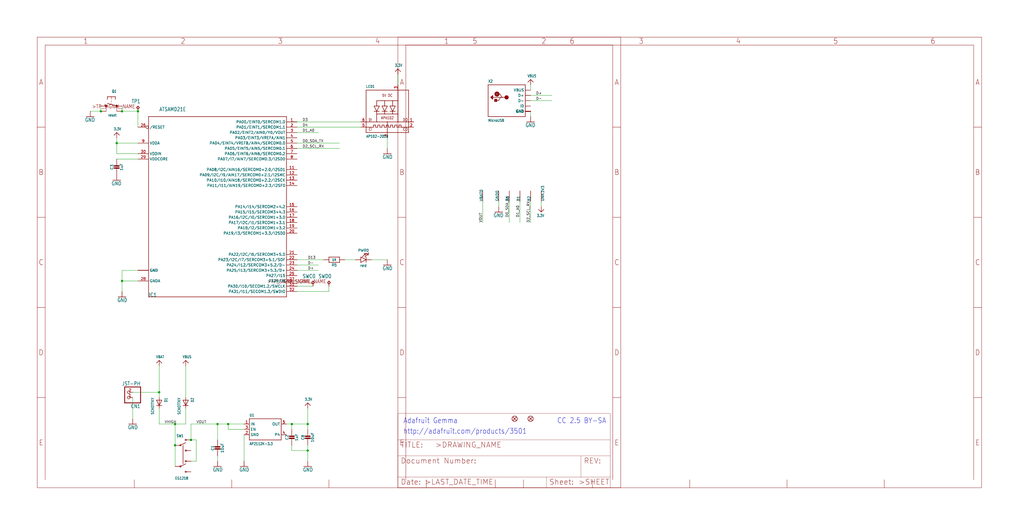
<source format=kicad_sch>
(kicad_sch (version 20211123) (generator eeschema)
  (paper "User" 490.22 254.406)
  (lib_symbols
    (symbol "schematicEagle-eagle-import:3.3V" (power)
      (property "Value" "3.3V" (at -1.524 1.016 0))
      (symbol "3.3V_1_0"
        (polyline (pts (xy -1.27 -1.27) (xy 0 0)) (stroke (width 0.254)))
        (polyline (pts (xy 0 0) (xy 1.27 -1.27)) (stroke (width 0.254)))
        (pin power_in line (at 0 -2.54 90) (length 2.54) (name "3.3V") (number "1"))
      )
    )
    (symbol "schematicEagle-eagle-import:APA1022020"
      (property "Value" "APA1022020" (at -10.16 -12.7 0))
      (symbol "APA1022020_1_0"
        (polyline (pts (xy -10.16 -10.16) (xy 0 -10.16)) (stroke (width 0.254)))
        (polyline (pts (xy -10.16 -7.62) (xy -10.16 -10.16)) (stroke (width 0.254)))
        (polyline (pts (xy -10.16 -7.62) (xy -6.604 -7.62)) (stroke (width 0.254)))
        (polyline (pts (xy -10.16 -5.08) (xy -10.16 -7.62)) (stroke (width 0.254)))
        (polyline (pts (xy -10.16 10.16) (xy -10.16 -5.08)) (stroke (width 0.254)))
        (polyline (pts (xy -6.604 -7.62) (xy -6.604 -6.604)) (stroke (width 0.254)))
        (polyline (pts (xy -6.604 -6.604) (xy -5.588 -6.604)) (stroke (width 0.254)))
        (polyline (pts (xy -6.35 0) (xy -5.08 0)) (stroke (width 0.254)))
        (polyline (pts (xy -6.35 2.54) (xy -5.08 2.54)) (stroke (width 0.254)))
        (polyline (pts (xy -5.588 -7.62) (xy -4.572 -7.62)) (stroke (width 0.254)))
        (polyline (pts (xy -5.588 -6.604) (xy -5.588 -7.62)) (stroke (width 0.254)))
        (polyline (pts (xy -5.08 -5.08) (xy -10.16 -5.08)) (stroke (width 0.254)))
        (polyline (pts (xy -5.08 -5.08) (xy 0 -5.08)) (stroke (width 0.254)))
        (polyline (pts (xy -5.08 -1.27) (xy -5.08 -5.08)) (stroke (width 0.254)))
        (polyline (pts (xy -5.08 0) (xy -6.35 2.54)) (stroke (width 0.254)))
        (polyline (pts (xy -5.08 0) (xy -5.08 -1.27)) (stroke (width 0.254)))
        (polyline (pts (xy -5.08 0) (xy -3.81 2.54)) (stroke (width 0.254)))
        (polyline (pts (xy -5.08 2.54) (xy -3.81 2.54)) (stroke (width 0.254)))
        (polyline (pts (xy -5.08 5.08) (xy -5.08 2.54)) (stroke (width 0.254)))
        (polyline (pts (xy -4.572 -7.62) (xy -4.572 -6.604)) (stroke (width 0.254)))
        (polyline (pts (xy -4.572 -6.604) (xy -3.556 -6.604)) (stroke (width 0.254)))
        (polyline (pts (xy -3.81 0) (xy -5.08 0)) (stroke (width 0.254)))
        (polyline (pts (xy -3.556 -7.62) (xy -2.54 -7.62)) (stroke (width 0.254)))
        (polyline (pts (xy -3.556 -6.604) (xy -3.556 -7.62)) (stroke (width 0.254)))
        (polyline (pts (xy -2.54 -7.62) (xy -2.54 -6.604)) (stroke (width 0.254)))
        (polyline (pts (xy -2.54 -6.604) (xy -1.524 -6.604)) (stroke (width 0.254)))
        (polyline (pts (xy -2.54 0) (xy -1.27 0)) (stroke (width 0.254)))
        (polyline (pts (xy -2.54 2.54) (xy 0 2.54)) (stroke (width 0.254)))
        (polyline (pts (xy -1.524 -7.62) (xy -0.508 -7.62)) (stroke (width 0.254)))
        (polyline (pts (xy -1.524 -6.604) (xy -1.524 -7.62)) (stroke (width 0.254)))
        (polyline (pts (xy -1.27 -1.27) (xy -5.08 -1.27)) (stroke (width 0.254)))
        (polyline (pts (xy -1.27 0) (xy -2.54 2.54)) (stroke (width 0.254)))
        (polyline (pts (xy -1.27 0) (xy -1.27 -1.27)) (stroke (width 0.254)))
        (polyline (pts (xy -1.27 0) (xy 0 0)) (stroke (width 0.254)))
        (polyline (pts (xy -1.27 2.54) (xy -1.27 5.08)) (stroke (width 0.254)))
        (polyline (pts (xy -1.27 5.08) (xy -5.08 5.08)) (stroke (width 0.254)))
        (polyline (pts (xy -0.508 -7.62) (xy -0.508 -6.604)) (stroke (width 0.254)))
        (polyline (pts (xy -0.508 -6.604) (xy 0.508 -6.604)) (stroke (width 0.254)))
        (polyline (pts (xy 0 -10.16) (xy 10.16 -10.16)) (stroke (width 0.254)))
        (polyline (pts (xy 0 -5.08) (xy 0 -10.16)) (stroke (width 0.254)))
        (polyline (pts (xy 0 -5.08) (xy 5.08 -5.08)) (stroke (width 0.254)))
        (polyline (pts (xy 0 2.54) (xy -1.27 0)) (stroke (width 0.254)))
        (polyline (pts (xy 0.508 -7.62) (xy 1.524 -7.62)) (stroke (width 0.254)))
        (polyline (pts (xy 0.508 -6.604) (xy 0.508 -7.62)) (stroke (width 0.254)))
        (polyline (pts (xy 1.27 2.54) (xy 2.54 0)) (stroke (width 0.254)))
        (polyline (pts (xy 1.27 2.54) (xy 2.54 2.54)) (stroke (width 0.254)))
        (polyline (pts (xy 1.524 -7.62) (xy 1.524 -6.604)) (stroke (width 0.254)))
        (polyline (pts (xy 1.524 -6.604) (xy 2.54 -6.604)) (stroke (width 0.254)))
        (polyline (pts (xy 2.54 -7.62) (xy 3.556 -7.62)) (stroke (width 0.254)))
        (polyline (pts (xy 2.54 -6.604) (xy 2.54 -7.62)) (stroke (width 0.254)))
        (polyline (pts (xy 2.54 -1.27) (xy -1.27 -1.27)) (stroke (width 0.254)))
        (polyline (pts (xy 2.54 0) (xy 1.27 0)) (stroke (width 0.254)))
        (polyline (pts (xy 2.54 0) (xy 2.54 -1.27)) (stroke (width 0.254)))
        (polyline (pts (xy 2.54 0) (xy 3.81 0)) (stroke (width 0.254)))
        (polyline (pts (xy 2.54 0) (xy 3.81 2.54)) (stroke (width 0.254)))
        (polyline (pts (xy 2.54 2.54) (xy 2.54 5.08)) (stroke (width 0.254)))
        (polyline (pts (xy 2.54 5.08) (xy -1.27 5.08)) (stroke (width 0.254)))
        (polyline (pts (xy 2.54 5.08) (xy 5.08 5.08)) (stroke (width 0.254)))
        (polyline (pts (xy 3.556 -7.62) (xy 3.556 -6.604)) (stroke (width 0.254)))
        (polyline (pts (xy 3.556 -6.604) (xy 4.572 -6.604)) (stroke (width 0.254)))
        (polyline (pts (xy 3.81 2.54) (xy 2.54 2.54)) (stroke (width 0.254)))
        (polyline (pts (xy 4.572 -7.62) (xy 5.588 -7.62)) (stroke (width 0.254)))
        (polyline (pts (xy 4.572 -6.604) (xy 4.572 -7.62)) (stroke (width 0.254)))
        (polyline (pts (xy 5.08 -5.08) (xy 5.08 -1.27)) (stroke (width 0.254)))
        (polyline (pts (xy 5.08 -5.08) (xy 10.16 -5.08)) (stroke (width 0.254)))
        (polyline (pts (xy 5.08 -1.27) (xy 2.54 -1.27)) (stroke (width 0.254)))
        (polyline (pts (xy 5.08 5.08) (xy 5.08 -1.27)) (stroke (width 0.254)))
        (polyline (pts (xy 5.08 10.16) (xy -10.16 10.16)) (stroke (width 0.254)))
        (polyline (pts (xy 5.08 10.16) (xy 5.08 5.08)) (stroke (width 0.254)))
        (polyline (pts (xy 5.588 -7.62) (xy 5.588 -6.604)) (stroke (width 0.254)))
        (polyline (pts (xy 5.588 -6.604) (xy 6.604 -6.604)) (stroke (width 0.254)))
        (polyline (pts (xy 6.604 -7.62) (xy 10.16 -7.62)) (stroke (width 0.254)))
        (polyline (pts (xy 6.604 -6.604) (xy 6.604 -7.62)) (stroke (width 0.254)))
        (polyline (pts (xy 10.16 -10.16) (xy 10.16 -7.62)) (stroke (width 0.254)))
        (polyline (pts (xy 10.16 -7.62) (xy 10.16 -5.08)) (stroke (width 0.254)))
        (polyline (pts (xy 10.16 -5.08) (xy 10.16 10.16)) (stroke (width 0.254)))
        (polyline (pts (xy 10.16 10.16) (xy 5.08 10.16)) (stroke (width 0.254)))
        (text "5V DC" (at 0 7.62 0) (effects (font (size 1.27 1.0795))))
        (text "APA102" (at 0 -3.175 0) (effects (font (size 1.27 1.0795))))
        (text "CI" (at -8.128 -8.636 0) (effects (font (size 1.27 1.0795))))
        (text "CO" (at 8.636 -8.636 0) (effects (font (size 1.27 1.0795))))
        (text "DI" (at -8.128 -4.064 0) (effects (font (size 1.27 1.0795))))
        (text "DO" (at 8.636 -4.064 0) (effects (font (size 1.27 1.0795))))
        (pin output line (at 12.7 -5.08 180) (length 2.54) (name "DO") (number "1"))
        (pin output line (at 12.7 -7.62 180) (length 2.54) (name "CKO") (number "2"))
        (pin power_in line (at 5.08 12.7 270) (length 2.54) (name "VDD") (number "3"))
        (pin power_in line (at 0 -12.7 90) (length 2.54) (name "GND") (number "4"))
        (pin input line (at -12.7 -7.62 0) (length 2.54) (name "CKI") (number "5"))
        (pin input line (at -12.7 -5.08 0) (length 2.54) (name "DI") (number "6"))
      )
    )
    (symbol "schematicEagle-eagle-import:ATSAMD21E"
      (property "Reference" "IC" (at -35.56 -43.18 0))
      (property "Value" "ATSAMD21E" (at -30.48 45.72 0))
      (symbol "ATSAMD21E_1_0"
        (polyline (pts (xy -35.56 -43.18) (xy -35.56 43.18)) (stroke (width 0.254)))
        (polyline (pts (xy -35.56 43.18) (xy 30.48 43.18)) (stroke (width 0.254)))
        (polyline (pts (xy 30.48 -43.18) (xy -35.56 -43.18)) (stroke (width 0.254)))
        (polyline (pts (xy 30.48 43.18) (xy 30.48 -43.18)) (stroke (width 0.254)))
        (pin bidirectional line (at 35.56 40.64 180) (length 5.08) (name "PA00/EINT0/SERCOM1.0") (number "1"))
        (pin power_in line (at -40.64 -30.48 0) (length 5.08) (name "GND") (number "10"))
        (pin bidirectional line (at 35.56 17.78 180) (length 5.08) (name "PA08/I2C/AIN16/SERCOM0+2.0/I2SD1") (number "11"))
        (pin bidirectional line (at 35.56 15.24 180) (length 5.08) (name "PA09/I2C/I9/AIN17/SERCOM0+2.1/I2SMC") (number "12"))
        (pin bidirectional line (at 35.56 12.7 180) (length 5.08) (name "PA10/I10/AIN18/SERCOM0+2.2/I2SCK") (number "13"))
        (pin bidirectional line (at 35.56 10.16 180) (length 5.08) (name "PA11/I11/AIN19/SERCOM0+2.3/I2SF0") (number "14"))
        (pin bidirectional line (at 35.56 0 180) (length 5.08) (name "PA14/I14/SERCOM2+4.2") (number "15"))
        (pin bidirectional line (at 35.56 -2.54 180) (length 5.08) (name "PA15/I15/SERCOM3+4.3") (number "16"))
        (pin bidirectional line (at 35.56 -5.08 180) (length 5.08) (name "PA16/I2C/I0/SERCOM1+3.0") (number "17"))
        (pin bidirectional line (at 35.56 -7.62 180) (length 5.08) (name "PA17/I2C/I1/SERCOM1+3.1") (number "18"))
        (pin bidirectional line (at 35.56 -10.16 180) (length 5.08) (name "PA18/I2/SERCOM1+3.2") (number "19"))
        (pin bidirectional line (at 35.56 38.1 180) (length 5.08) (name "PA01/EINT1/SERCOM1.1") (number "2"))
        (pin bidirectional line (at 35.56 -12.7 180) (length 5.08) (name "PA19/I3/SERCOM1+3.3/I2SD0") (number "20"))
        (pin bidirectional line (at 35.56 -22.86 180) (length 5.08) (name "PA22/I2C/I6/SERCOM3+5.0") (number "21"))
        (pin bidirectional line (at 35.56 -25.4 180) (length 5.08) (name "PA23/I2C/I7/SERCOM3+5.1/SOF") (number "22"))
        (pin bidirectional line (at 35.56 -27.94 180) (length 5.08) (name "PA24/I12/SERCOM3+5.2/D-") (number "23"))
        (pin bidirectional line (at 35.56 -30.48 180) (length 5.08) (name "PA25/I13/SERCOM3+5.3/D+") (number "24"))
        (pin bidirectional line (at 35.56 -33.02 180) (length 5.08) (name "PA27/I15") (number "25"))
        (pin bidirectional inverted (at -40.64 38.1 0) (length 5.08) (name "/RESET") (number "26"))
        (pin bidirectional line (at 35.56 -35.56 180) (length 5.08) (name "PA28/I8") (number "27"))
        (pin power_in line (at -40.64 -35.56 0) (length 5.08) (name "GNDA") (number "28"))
        (pin power_in line (at -40.64 22.86 0) (length 5.08) (name "VDDCORE") (number "29"))
        (pin bidirectional line (at 35.56 35.56 180) (length 5.08) (name "PA02/EINT2/AIN0/Y0/VOUT") (number "3"))
        (pin power_in line (at -40.64 25.4 0) (length 5.08) (name "VDDIN") (number "30"))
        (pin bidirectional line (at 35.56 -38.1 180) (length 5.08) (name "PA30/I10/SECOM1.2/SWCLK") (number "31"))
        (pin bidirectional line (at 35.56 -40.64 180) (length 5.08) (name "PA31/I11/SECOM1.3/SWDIO") (number "32"))
        (pin power_in line (at -40.64 -30.48 0) (length 5.08) (name "GND") (number "33"))
        (pin bidirectional line (at 35.56 33.02 180) (length 5.08) (name "PA03/EINT3/VREFA/AIN1") (number "4"))
        (pin bidirectional line (at 35.56 30.48 180) (length 5.08) (name "PA04/EINT4/VREFB/AIN4/SERCOM0.0") (number "5"))
        (pin bidirectional line (at 35.56 27.94 180) (length 5.08) (name "PA05/EINT5/AIN5/SERCOM0.1") (number "6"))
        (pin bidirectional line (at 35.56 25.4 180) (length 5.08) (name "PA06/EINT6/AIN6/SERCOM0.2") (number "7"))
        (pin bidirectional line (at 35.56 22.86 180) (length 5.08) (name "PA07/I7/AIN7/SERCOM0.3/I2SD0") (number "8"))
        (pin power_in line (at -40.64 30.48 0) (length 5.08) (name "VDDA") (number "9"))
      )
    )
    (symbol "schematicEagle-eagle-import:CAP_CERAMIC0603_NO"
      (property "Reference" "C" (at -2.29 1.25 90))
      (property "Value" "CAP_CERAMIC0603_NO" (at 2.3 1.25 90))
      (symbol "CAP_CERAMIC0603_NO_1_0"
        (rectangle (start -1.27 0.508) (end 1.27 1.016) (fill (type outline)))
        (rectangle (start -1.27 1.524) (end 1.27 2.032) (fill (type outline)))
        (polyline (pts (xy 0 0.762) (xy 0 0)) (stroke (width 0.1524)))
        (polyline (pts (xy 0 2.54) (xy 0 1.778)) (stroke (width 0.1524)))
        (pin passive line (at 0 5.08 270) (length 2.54) (name "1") (number "1"))
        (pin passive line (at 0 -2.54 90) (length 2.54) (name "2") (number "2"))
      )
    )
    (symbol "schematicEagle-eagle-import:CAP_CERAMIC0805-NOOUTLINE"
      (property "Reference" "C" (at -2.29 1.25 90))
      (property "Value" "CAP_CERAMIC0805-NOOUTLINE" (at 2.3 1.25 90))
      (symbol "CAP_CERAMIC0805-NOOUTLINE_1_0"
        (rectangle (start -1.27 0.508) (end 1.27 1.016) (fill (type outline)))
        (rectangle (start -1.27 1.524) (end 1.27 2.032) (fill (type outline)))
        (polyline (pts (xy 0 0.762) (xy 0 0)) (stroke (width 0.1524)))
        (polyline (pts (xy 0 2.54) (xy 0 1.778)) (stroke (width 0.1524)))
        (pin passive line (at 0 5.08 270) (length 2.54) (name "1") (number "1"))
        (pin passive line (at 0 -2.54 90) (length 2.54) (name "2") (number "2"))
      )
    )
    (symbol "schematicEagle-eagle-import:CON_JST_PH_2PIN"
      (property "Reference" "X" (at -6.35 5.715 0))
      (property "Value" "CON_JST_PH_2PIN" (at -6.35 -5.08 0))
      (symbol "CON_JST_PH_2PIN_1_0"
        (polyline (pts (xy -6.35 -2.54) (xy 1.27 -2.54)) (stroke (width 0.4064)))
        (polyline (pts (xy -6.35 5.08) (xy -6.35 -2.54)) (stroke (width 0.4064)))
        (polyline (pts (xy 1.27 -2.54) (xy 1.27 5.08)) (stroke (width 0.4064)))
        (polyline (pts (xy 1.27 5.08) (xy -6.35 5.08)) (stroke (width 0.4064)))
        (pin passive inverted (at -2.54 2.54 0) (length 2.54) (name "1") (number "1"))
        (pin passive inverted (at -2.54 0 0) (length 2.54) (name "2") (number "2"))
      )
    )
    (symbol "schematicEagle-eagle-import:DIODE_SOD-123FL"
      (property "Reference" "D" (at -2.54 2.54 0))
      (property "Value" "DIODE_SOD-123FL" (at -2.54 -3.81 0))
      (symbol "DIODE_SOD-123FL_1_0"
        (polyline (pts (xy -1.27 -1.27) (xy 1.27 0)) (stroke (width 0.254)))
        (polyline (pts (xy -1.27 1.27) (xy -1.27 -1.27)) (stroke (width 0.254)))
        (polyline (pts (xy 1.27 0) (xy -1.27 1.27)) (stroke (width 0.254)))
        (polyline (pts (xy 1.27 0) (xy 1.27 -1.27)) (stroke (width 0.254)))
        (polyline (pts (xy 1.27 1.27) (xy 1.27 0)) (stroke (width 0.254)))
        (pin passive line (at -2.54 0 0) (length 2.54) (name "A") (number "A"))
        (pin passive line (at 2.54 0 180) (length 2.54) (name "C") (number "C"))
      )
    )
    (symbol "schematicEagle-eagle-import:FIDUCIAL_1MM"
      (symbol "FIDUCIAL_1MM_1_0"
        (polyline (pts (xy -0.762 0.762) (xy 0.762 -0.762)) (stroke (width 0.254)))
        (polyline (pts (xy 0.762 0.762) (xy -0.762 -0.762)) (stroke (width 0.254)))
        (circle (center 0 0) (radius 1.27) (stroke (width 0.254)))
      )
    )
    (symbol "schematicEagle-eagle-import:FRAME_A_L"
      (symbol "FRAME_A_L_0_0"
        (polyline (pts (xy 0 43.18) (xy 3.81 43.18)))
        (polyline (pts (xy 0 86.36) (xy 3.81 86.36)))
        (polyline (pts (xy 0 129.54) (xy 3.81 129.54)))
        (polyline (pts (xy 0 172.72) (xy 3.81 172.72)))
        (polyline (pts (xy 3.81 3.81) (xy 3.81 212.09)))
        (polyline (pts (xy 46.5667 0) (xy 46.5667 3.81)))
        (polyline (pts (xy 93.1333 0) (xy 93.1333 3.81)))
        (polyline (pts (xy 139.7 0) (xy 139.7 3.81)))
        (polyline (pts (xy 186.2667 0) (xy 186.2667 3.81)))
        (polyline (pts (xy 232.8333 0) (xy 232.8333 3.81)))
        (polyline (pts (xy 275.59 3.81) (xy 275.59 212.09)))
        (polyline (pts (xy 275.59 43.18) (xy 279.4 43.18)))
        (polyline (pts (xy 275.59 86.36) (xy 279.4 86.36)))
        (polyline (pts (xy 275.59 129.54) (xy 279.4 129.54)))
        (polyline (pts (xy 275.59 172.72) (xy 279.4 172.72)))
        (polyline (pts (xy 275.59 212.09) (xy 3.81 212.09)))
        (polyline (pts (xy 0 0) (xy 279.4 0) (xy 279.4 215.9) (xy 0 215.9) (xy 0 0)))
        (text "1" (at 23.2833 213.995 0) (effects (font (size 2.54 2.286))))
        (text "2" (at 69.85 213.995 0) (effects (font (size 2.54 2.286))))
        (text "3" (at 116.4167 213.995 0) (effects (font (size 2.54 2.286))))
        (text "4" (at 162.9833 213.995 0) (effects (font (size 2.54 2.286))))
        (text "5" (at 209.55 213.995 0) (effects (font (size 2.54 2.286))))
        (text "6" (at 256.1167 213.995 0) (effects (font (size 2.54 2.286))))
        (text "A" (at 1.905 194.31 0) (effects (font (size 2.54 2.286))))
        (text "A" (at 277.495 194.31 0) (effects (font (size 2.54 2.286))))
        (text "B" (at 1.905 151.13 0) (effects (font (size 2.54 2.286))))
        (text "B" (at 277.495 151.13 0) (effects (font (size 2.54 2.286))))
        (text "C" (at 1.905 107.95 0) (effects (font (size 2.54 2.286))))
        (text "C" (at 277.495 107.95 0) (effects (font (size 2.54 2.286))))
        (text "D" (at 1.905 64.77 0) (effects (font (size 2.54 2.286))))
        (text "D" (at 277.495 64.77 0) (effects (font (size 2.54 2.286))))
        (text "E" (at 1.905 21.59 0) (effects (font (size 2.54 2.286))))
        (text "E" (at 277.495 21.59 0) (effects (font (size 2.54 2.286))))
      )
      (symbol "FRAME_A_L_2_0"
        (polyline (pts (xy 0 0) (xy 0 5.08)) (stroke (width 0.1016)))
        (polyline (pts (xy 0 0) (xy 71.12 0)) (stroke (width 0.1016)))
        (polyline (pts (xy 0 5.08) (xy 0 15.24)) (stroke (width 0.1016)))
        (polyline (pts (xy 0 5.08) (xy 71.12 5.08)) (stroke (width 0.1016)))
        (polyline (pts (xy 0 15.24) (xy 0 22.86)) (stroke (width 0.1016)))
        (polyline (pts (xy 0 22.86) (xy 0 35.56)) (stroke (width 0.1016)))
        (polyline (pts (xy 0 22.86) (xy 101.6 22.86)) (stroke (width 0.1016)))
        (polyline (pts (xy 71.12 0) (xy 101.6 0)) (stroke (width 0.1016)))
        (polyline (pts (xy 71.12 5.08) (xy 71.12 0)) (stroke (width 0.1016)))
        (polyline (pts (xy 71.12 5.08) (xy 87.63 5.08)) (stroke (width 0.1016)))
        (polyline (pts (xy 87.63 5.08) (xy 101.6 5.08)) (stroke (width 0.1016)))
        (polyline (pts (xy 87.63 15.24) (xy 0 15.24)) (stroke (width 0.1016)))
        (polyline (pts (xy 87.63 15.24) (xy 87.63 5.08)) (stroke (width 0.1016)))
        (polyline (pts (xy 101.6 5.08) (xy 101.6 0)) (stroke (width 0.1016)))
        (polyline (pts (xy 101.6 15.24) (xy 87.63 15.24)) (stroke (width 0.1016)))
        (polyline (pts (xy 101.6 15.24) (xy 101.6 5.08)) (stroke (width 0.1016)))
        (polyline (pts (xy 101.6 22.86) (xy 101.6 15.24)) (stroke (width 0.1016)))
        (polyline (pts (xy 101.6 35.56) (xy 0 35.56)) (stroke (width 0.1016)))
        (polyline (pts (xy 101.6 35.56) (xy 101.6 22.86)) (stroke (width 0.1016)))
        (text ">DRAWING_NAME" (at 17.78 19.05 0) (effects (font (size 2.54 2.54)) (justify left bottom)))
        (text ">LAST_DATE_TIME" (at 12.7 1.27 0) (effects (font (size 2.54 2.54)) (justify left bottom)))
        (text ">SHEET" (at 86.36 1.27 0) (effects (font (size 2.54 2.54)) (justify left bottom)))
        (text "Date:" (at 1.27 1.27 0) (effects (font (size 2.54 2.54)) (justify left bottom)))
        (text "Document Number:" (at 1.27 11.43 0) (effects (font (size 2.54 2.54)) (justify left bottom)))
        (text "REV:" (at 88.9 11.43 0) (effects (font (size 2.54 2.54)) (justify left bottom)))
        (text "Sheet:" (at 72.39 1.27 0) (effects (font (size 2.54 2.54)) (justify left bottom)))
        (text "TITLE:" (at 1.27 19.05 0) (effects (font (size 2.54 2.54)) (justify left bottom)))
      )
    )
    (symbol "schematicEagle-eagle-import:GND" (power)
      (property "Value" "GND" (at -2.54 -2.54 0))
      (symbol "GND_1_0"
        (polyline (pts (xy -1.905 0) (xy 1.905 0)) (stroke (width 0.254)))
        (pin power_in line (at 0 2.54 270) (length 2.54) (name "GND") (number "1"))
      )
    )
    (symbol "schematicEagle-eagle-import:LED0603_NOOUTLINE"
      (property "Reference" "D" (at -1.27 4.445 0))
      (property "Value" "LED0603_NOOUTLINE" (at -1.27 -2.794 0))
      (symbol "LED0603_NOOUTLINE_1_0"
        (polyline (pts (xy -2.54 -1.27) (xy 0 0)) (stroke (width 0.254)))
        (polyline (pts (xy -2.54 1.27) (xy -2.54 -1.27)) (stroke (width 0.254)))
        (polyline (pts (xy -1.905 1.27) (xy -0.635 2.54)) (stroke (width 0.254)))
        (polyline (pts (xy -0.9525 2.8575) (xy -0.3175 2.2225)) (stroke (width 0.254)))
        (polyline (pts (xy -0.635 1.27) (xy 0.635 2.54)) (stroke (width 0.254)))
        (polyline (pts (xy -0.3175 2.2225) (xy 0 3.175)) (stroke (width 0.254)))
        (polyline (pts (xy 0 0) (xy -2.54 1.27)) (stroke (width 0.254)))
        (polyline (pts (xy 0 0) (xy 0 -1.27)) (stroke (width 0.254)))
        (polyline (pts (xy 0 1.27) (xy 0 0)) (stroke (width 0.254)))
        (polyline (pts (xy 0 3.175) (xy -0.9525 2.8575)) (stroke (width 0.254)))
        (polyline (pts (xy 0.3175 2.8575) (xy 0.9525 2.2225)) (stroke (width 0.254)))
        (polyline (pts (xy 0.9525 2.2225) (xy 1.27 3.175)) (stroke (width 0.254)))
        (polyline (pts (xy 1.27 3.175) (xy 0.3175 2.8575)) (stroke (width 0.254)))
        (pin passive line (at -5.08 0 0) (length 2.54) (name "A") (number "A"))
        (pin passive line (at 2.54 0 180) (length 2.54) (name "C") (number "C"))
      )
    )
    (symbol "schematicEagle-eagle-import:RESISTOR_0603_NOOUT"
      (property "Reference" "R" (at 0 2.54 0))
      (property "Value" "RESISTOR_0603_NOOUT" (at 0 0 0))
      (symbol "RESISTOR_0603_NOOUT_1_0"
        (polyline (pts (xy -2.54 -1.27) (xy -2.54 1.27)) (stroke (width 0.254)))
        (polyline (pts (xy -2.54 1.27) (xy 2.54 1.27)) (stroke (width 0.254)))
        (polyline (pts (xy 2.54 -1.27) (xy -2.54 -1.27)) (stroke (width 0.254)))
        (polyline (pts (xy 2.54 1.27) (xy 2.54 -1.27)) (stroke (width 0.254)))
        (pin passive line (at -5.08 0 0) (length 2.54) (name "1") (number "1"))
        (pin passive line (at 5.08 0 180) (length 2.54) (name "2") (number "2"))
      )
    )
    (symbol "schematicEagle-eagle-import:SEWTAP-ALLIGATOR"
      (property "Reference" "TP" (at 0 0 0))
      (symbol "SEWTAP-ALLIGATOR_1_0"
        (pin bidirectional line (at 0 0 0) (length 5.08) (name "SEW") (number "P$1"))
      )
    )
    (symbol "schematicEagle-eagle-import:SWITCH_DPDTEG1390"
      (property "Reference" "SW" (at -4.445 8.89 0))
      (property "Value" "SWITCH_DPDTEG1390" (at -5.08 -11.43 0))
      (symbol "SWITCH_DPDTEG1390_1_0"
        (circle (center -2.54 -5.08) (radius 0.3592) (stroke (width 0.2032)))
        (circle (center -2.54 5.08) (radius 0.3592) (stroke (width 0.2032)))
        (circle (center 0 -7.62) (radius 0.3592) (stroke (width 0.2032)))
        (circle (center 0 -2.54) (radius 0.3592) (stroke (width 0.2032)))
        (polyline (pts (xy -2.54 -5.08) (xy 0 -3.81)) (stroke (width 0.254)))
        (polyline (pts (xy -2.54 5.08) (xy 0 6.35)) (stroke (width 0.254)))
        (polyline (pts (xy -1.27 5.08) (xy -1.27 -3.81)) (stroke (width 0.254)))
        (polyline (pts (xy 0 -7.62) (xy 0.635 -7.62)) (stroke (width 0.127)))
        (polyline (pts (xy 0 -2.54) (xy 0.635 -2.54)) (stroke (width 0.1524)))
        (polyline (pts (xy 0 2.54) (xy 0.635 2.54)) (stroke (width 0.127)))
        (polyline (pts (xy 0 7.62) (xy 0.635 7.62)) (stroke (width 0.1524)))
        (circle (center 0 2.54) (radius 0.3592) (stroke (width 0.2032)))
        (circle (center 0 7.62) (radius 0.3592) (stroke (width 0.2032)))
        (pin passive line (at 2.54 7.62 180) (length 2.54) (name "O1") (number "O1"))
        (pin passive line (at 2.54 -2.54 180) (length 2.54) (name "O2") (number "O2"))
        (pin passive line (at -5.08 5.08 0) (length 2.54) (name "P1") (number "P1"))
        (pin passive line (at -5.08 -5.08 0) (length 2.54) (name "P2") (number "P2"))
        (pin passive line (at 2.54 2.54 180) (length 2.54) (name "S1") (number "S1"))
        (pin passive line (at 2.54 -7.62 180) (length 2.54) (name "S2") (number "S2"))
      )
    )
    (symbol "schematicEagle-eagle-import:SWITCH_TACT_SMT4.6X2.8"
      (property "Reference" "SW" (at -2.54 6.35 0))
      (property "Value" "SWITCH_TACT_SMT4.6X2.8" (at -2.54 -5.08 0))
      (symbol "SWITCH_TACT_SMT4.6X2.8_1_0"
        (circle (center -2.54 0) (radius 0.127) (stroke (width 0.4064)))
        (polyline (pts (xy -2.54 -2.54) (xy -2.54 0)) (stroke (width 0.1524)))
        (polyline (pts (xy -2.54 0) (xy 1.905 1.27)) (stroke (width 0.254)))
        (polyline (pts (xy -1.905 4.445) (xy -1.905 3.175)) (stroke (width 0.254)))
        (polyline (pts (xy 0 1.27) (xy 0 0.635)) (stroke (width 0.1524)))
        (polyline (pts (xy 0 2.54) (xy 0 1.905)) (stroke (width 0.1524)))
        (polyline (pts (xy 0 4.445) (xy -1.905 4.445)) (stroke (width 0.254)))
        (polyline (pts (xy 0 4.445) (xy 0 3.175)) (stroke (width 0.1524)))
        (polyline (pts (xy 1.905 0) (xy 2.54 0)) (stroke (width 0.254)))
        (polyline (pts (xy 1.905 4.445) (xy 0 4.445)) (stroke (width 0.254)))
        (polyline (pts (xy 1.905 4.445) (xy 1.905 3.175)) (stroke (width 0.254)))
        (polyline (pts (xy 2.54 -2.54) (xy 2.54 0)) (stroke (width 0.1524)))
        (circle (center 2.54 0) (radius 0.127) (stroke (width 0.4064)))
        (pin passive line (at -5.08 0 0) (length 2.54) (name "P") (number "A"))
        (pin passive line (at -5.08 -2.54 0) (length 2.54) (name "P1") (number "A'"))
        (pin passive line (at 5.08 0 180) (length 2.54) (name "S") (number "B"))
        (pin passive line (at 5.08 -2.54 180) (length 2.54) (name "S1") (number "B'"))
      )
    )
    (symbol "schematicEagle-eagle-import:TPTP15R"
      (property "Reference" "TP" (at -1.27 1.27 0))
      (symbol "TPTP15R_1_0"
        (polyline (pts (xy -0.762 -0.762) (xy 0 0)) (stroke (width 0.254)))
        (polyline (pts (xy 0 -1.524) (xy -0.762 -0.762)) (stroke (width 0.254)))
        (polyline (pts (xy 0 0) (xy 0.762 -0.762)) (stroke (width 0.254)))
        (polyline (pts (xy 0.762 -0.762) (xy 0 -1.524)) (stroke (width 0.254)))
        (text ">TP_SIGNAL_NAME" (at 1.27 -1.27 0) (effects (font (size 1.778 1.5113)) (justify left bottom)))
        (pin input line (at 0 -2.54 90) (length 2.54) (name "TP") (number "TP"))
      )
    )
    (symbol "schematicEagle-eagle-import:TPTP16R"
      (property "Reference" "TP" (at -1.27 1.27 0))
      (symbol "TPTP16R_1_0"
        (polyline (pts (xy -0.762 -0.762) (xy 0 0)) (stroke (width 0.254)))
        (polyline (pts (xy 0 -1.524) (xy -0.762 -0.762)) (stroke (width 0.254)))
        (polyline (pts (xy 0 0) (xy 0.762 -0.762)) (stroke (width 0.254)))
        (polyline (pts (xy 0.762 -0.762) (xy 0 -1.524)) (stroke (width 0.254)))
        (text ">TP_SIGNAL_NAME" (at 1.27 -1.27 0) (effects (font (size 1.778 1.5113)) (justify left bottom)))
        (pin input line (at 0 -2.54 90) (length 2.54) (name "TP") (number "TP"))
      )
    )
    (symbol "schematicEagle-eagle-import:USB_MICRO_20329_V2"
      (property "Reference" "X" (at -10.16 8.636 0))
      (property "Value" "USB_MICRO_20329_V2" (at -10.16 -10.16 0))
      (symbol "USB_MICRO_20329_V2_1_0"
        (rectangle (start -7.12 -0.45) (end -5.92 0.75) (fill (type outline)))
        (circle (center -5.92 3.2) (radius 0.2) (stroke (width 1)))
        (circle (center -1.32 1.6) (radius 0.5) (stroke (width 1)))
        (polyline (pts (xy -10.2 7.62) (xy -10.16 7.62)) (stroke (width 0.254)))
        (polyline (pts (xy -10.16 -7.62) (xy 7.62 -7.62)) (stroke (width 0.254)))
        (polyline (pts (xy -10.16 7.62) (xy -10.16 -7.62)) (stroke (width 0.254)))
        (polyline (pts (xy -10.16 7.62) (xy 7.62 7.62)) (stroke (width 0.254)))
        (polyline (pts (xy -8.92 1.6) (xy -8.12 2.4)) (stroke (width 0.254)))
        (polyline (pts (xy -8.52 1.4) (xy -8.32 1.2)) (stroke (width 0.254)))
        (polyline (pts (xy -8.52 1.6) (xy -8.52 1.4)) (stroke (width 0.254)))
        (polyline (pts (xy -8.32 1.2) (xy -8.32 2)) (stroke (width 0.254)))
        (polyline (pts (xy -8.32 2) (xy -8.72 1.6)) (stroke (width 0.254)))
        (polyline (pts (xy -8.12 0.8) (xy -8.92 1.6)) (stroke (width 0.254)))
        (polyline (pts (xy -8.12 1) (xy -8.12 2.4)) (stroke (width 0.254)))
        (polyline (pts (xy -8.12 2.4) (xy -7.92 2.4)) (stroke (width 0.254)))
        (polyline (pts (xy -7.92 0.8) (xy -8.12 0.8)) (stroke (width 0.254)))
        (polyline (pts (xy -7.92 1.6) (xy -7.92 0.8)) (stroke (width 0.254)))
        (polyline (pts (xy -7.92 2.4) (xy -7.92 1.6)) (stroke (width 0.254)))
        (polyline (pts (xy -6.27 0.15) (xy -5.07 0.15)) (stroke (width 0.254)))
        (polyline (pts (xy -5.52 3.2) (xy -4.52 3.2)) (stroke (width 0.254)))
        (polyline (pts (xy -5.07 0.15) (xy -4.22 1.6)) (stroke (width 0.254)))
        (polyline (pts (xy -4.52 3.2) (xy -3.47 1.6)) (stroke (width 0.254)))
        (polyline (pts (xy -4.22 1.6) (xy -7.92 1.6)) (stroke (width 0.254)))
        (polyline (pts (xy -3.47 1.6) (xy -4.22 1.6)) (stroke (width 0.254)))
        (polyline (pts (xy -1.32 1.6) (xy -3.47 1.6)) (stroke (width 0.254)))
        (polyline (pts (xy 7.62 7.62) (xy 7.62 -7.62)) (stroke (width 0.254)))
        (pin power_in line (at 10.16 -5.08 180) (length 2.54) (name "GND") (number "BASE@1"))
        (pin power_in line (at 10.16 -5.08 180) (length 2.54) (name "GND") (number "BASE@2"))
        (pin bidirectional line (at 10.16 2.54 180) (length 2.54) (name "D+") (number "D+"))
        (pin bidirectional line (at 10.16 0 180) (length 2.54) (name "D-") (number "D-"))
        (pin power_in line (at 10.16 -5.08 180) (length 2.54) (name "GND") (number "GND"))
        (pin bidirectional line (at 10.16 -2.54 180) (length 2.54) (name "ID") (number "ID"))
        (pin power_in line (at 10.16 -5.08 180) (length 2.54) (name "GND") (number "SPRT@1"))
        (pin power_in line (at 10.16 -5.08 180) (length 2.54) (name "GND") (number "SPRT@2"))
        (pin power_in line (at 10.16 -5.08 180) (length 2.54) (name "GND") (number "SPRT@3"))
        (pin power_in line (at 10.16 -5.08 180) (length 2.54) (name "GND") (number "SPRT@4"))
        (pin power_in line (at 10.16 5.08 180) (length 2.54) (name "VBUS") (number "VBUS"))
      )
    )
    (symbol "schematicEagle-eagle-import:VBAT" (power)
      (property "Value" "VBAT" (at -1.524 1.016 0))
      (symbol "VBAT_1_0"
        (polyline (pts (xy -1.27 -1.27) (xy 0 0)) (stroke (width 0.254)))
        (polyline (pts (xy 0 0) (xy 1.27 -1.27)) (stroke (width 0.254)))
        (pin power_in line (at 0 -2.54 90) (length 2.54) (name "VBAT") (number "1"))
      )
    )
    (symbol "schematicEagle-eagle-import:VBUS" (power)
      (property "Value" "VBUS" (at -1.524 1.016 0))
      (symbol "VBUS_1_0"
        (polyline (pts (xy -1.27 -1.27) (xy 0 0)) (stroke (width 0.254)))
        (polyline (pts (xy 0 0) (xy 1.27 -1.27)) (stroke (width 0.254)))
        (pin power_in line (at 0 -2.54 90) (length 2.54) (name "VBUS") (number "1"))
      )
    )
    (symbol "schematicEagle-eagle-import:VREG_SOT23-5"
      (property "Reference" "U" (at -7.62 6.096 0))
      (property "Value" "VREG_SOT23-5" (at -7.62 -7.62 0))
      (symbol "VREG_SOT23-5_1_0"
        (polyline (pts (xy -7.62 -5.08) (xy -7.62 5.08)) (stroke (width 0.254)))
        (polyline (pts (xy -7.62 5.08) (xy 7.62 5.08)) (stroke (width 0.254)))
        (polyline (pts (xy 7.62 -5.08) (xy -7.62 -5.08)) (stroke (width 0.254)))
        (polyline (pts (xy 7.62 5.08) (xy 7.62 -5.08)) (stroke (width 0.254)))
        (pin power_in line (at -10.16 2.54 0) (length 2.54) (name "IN") (number "1"))
        (pin power_in line (at -10.16 -2.54 0) (length 2.54) (name "GND") (number "2"))
        (pin input line (at -10.16 0 0) (length 2.54) (name "EN") (number "3"))
        (pin bidirectional line (at 10.16 -2.54 180) (length 2.54) (name "P4") (number "4"))
        (pin power_in line (at 10.16 2.54 180) (length 2.54) (name "OUT") (number "5"))
      )
    )
  )
  (junction (at 147.32 203.2))
  (junction (at 104.14 203.2))
  (junction (at 66.04 53.34))
  (junction (at 91.44 210.82))
  (junction (at 55.88 68.58))
  (junction (at 139.7 203.2))
  (junction (at 83.82 203.2))
  (junction (at 58.42 134.62))
  (junction (at 48.26 53.34))
  (junction (at 83.82 213.36))
  (junction (at 109.22 203.2))
  (junction (at 147.32 215.9))
  (junction (at 76.2 187.96))
  (junction (at 58.42 53.34))
  (wire (pts (xy 139.7 58.42) (xy 142.24 58.42)))
  (wire (pts (xy 58.42 129.54) (xy 58.42 134.62)))
  (wire (pts (xy 66.04 73.66) (xy 55.88 73.66)))
  (wire (pts (xy 157.48 139.7) (xy 157.48 137.16)))
  (wire (pts (xy 76.2 195.58) (xy 76.2 203.2)))
  (wire (pts (xy 142.24 139.7) (xy 157.48 139.7)))
  (wire (pts (xy 147.32 195.58) (xy 147.32 203.2)))
  (wire (pts (xy 88.9 195.58) (xy 88.9 203.2)))
  (wire (pts (xy 48.26 50.8) (xy 48.26 53.34)))
  (wire (pts (xy 116.84 208.28) (xy 116.84 220.98)))
  (wire (pts (xy 55.88 73.66) (xy 55.88 68.58)))
  (wire (pts (xy 147.32 205.74) (xy 147.32 203.2)))
  (wire (pts (xy 137.16 203.2) (xy 139.7 203.2)))
  (wire (pts (xy 238.76 99.06) (xy 238.76 96.52)))
  (wire (pts (xy 66.04 68.58) (xy 55.88 68.58)))
  (wire (pts (xy 58.42 53.34) (xy 66.04 53.34)))
  (wire (pts (xy 162.56 71.12) (xy 142.24 71.12)))
  (wire (pts (xy 104.14 203.2) (xy 91.44 203.2)))
  (wire (pts (xy 147.32 215.9) (xy 139.7 215.9)))
  (wire (pts (xy 109.22 203.2) (xy 104.14 203.2)))
  (wire (pts (xy 88.9 190.5) (xy 88.9 175.26)))
  (wire (pts (xy 254 96.52) (xy 254 106.68)))
  (wire (pts (xy 109.22 203.2) (xy 116.84 203.2)))
  (wire (pts (xy 83.82 203.2) (xy 83.82 213.36)))
  (wire (pts (xy 142.24 68.58) (xy 162.56 68.58)))
  (wire (pts (xy 139.7 215.9) (xy 139.7 213.36)))
  (wire (pts (xy 93.98 220.98) (xy 93.98 210.82)))
  (wire (pts (xy 243.84 96.52) (xy 243.84 106.68)))
  (wire (pts (xy 58.42 53.34) (xy 58.42 50.8)))
  (wire (pts (xy 66.04 129.54) (xy 58.42 129.54)))
  (wire (pts (xy 91.44 210.82) (xy 91.44 203.2)))
  (wire (pts (xy 142.24 137.16) (xy 149.86 137.16)))
  (wire (pts (xy 66.04 76.2) (xy 55.88 76.2)))
  (wire (pts (xy 259.08 96.52) (xy 259.08 99.06)))
  (wire (pts (xy 66.04 134.62) (xy 58.42 134.62)))
  (wire (pts (xy 248.92 106.68) (xy 248.92 96.52)))
  (wire (pts (xy 142.24 63.5) (xy 152.4 63.5)))
  (wire (pts (xy 104.14 218.44) (xy 104.14 220.98)))
  (wire (pts (xy 231.14 96.52) (xy 231.14 106.68)))
  (wire (pts (xy 165.1 124.46) (xy 170.18 124.46)))
  (wire (pts (xy 63.5 187.96) (xy 76.2 187.96)))
  (wire (pts (xy 88.9 203.2) (xy 83.82 203.2)))
  (wire (pts (xy 109.22 205.74) (xy 109.22 203.2)))
  (wire (pts (xy 139.7 205.74) (xy 139.7 203.2)))
  (wire (pts (xy 254 53.34) (xy 254 55.88)))
  (wire (pts (xy 76.2 175.26) (xy 76.2 187.96)))
  (wire (pts (xy 142.24 60.96) (xy 172.72 60.96)))
  (wire (pts (xy 76.2 203.2) (xy 83.82 203.2)))
  (wire (pts (xy 177.8 124.46) (xy 185.42 124.46)))
  (wire (pts (xy 116.84 205.74) (xy 109.22 205.74)))
  (wire (pts (xy 76.2 187.96) (xy 76.2 190.5)))
  (wire (pts (xy 147.32 215.9) (xy 147.32 213.36)))
  (wire (pts (xy 172.72 58.42) (xy 142.24 58.42)))
  (wire (pts (xy 93.98 210.82) (xy 91.44 210.82)))
  (wire (pts (xy 190.5 40.64) (xy 190.5 35.56)))
  (wire (pts (xy 83.82 213.36) (xy 83.82 223.52)))
  (wire (pts (xy 254 43.18) (xy 254 40.64)))
  (wire (pts (xy 66.04 53.34) (xy 66.04 60.96)))
  (wire (pts (xy 254 48.26) (xy 264.16 48.26)))
  (wire (pts (xy 43.18 53.34) (xy 48.26 53.34)))
  (wire (pts (xy 142.24 124.46) (xy 154.94 124.46)))
  (wire (pts (xy 55.88 68.58) (xy 55.88 66.04)))
  (wire (pts (xy 63.5 190.5) (xy 63.5 200.66)))
  (wire (pts (xy 104.14 210.82) (xy 104.14 203.2)))
  (wire (pts (xy 58.42 134.62) (xy 58.42 139.7)))
  (wire (pts (xy 139.7 203.2) (xy 147.32 203.2)))
  (wire (pts (xy 142.24 127) (xy 152.4 127)))
  (wire (pts (xy 185.42 66.04) (xy 185.42 71.12)))
  (wire (pts (xy 152.4 129.54) (xy 142.24 129.54)))
  (wire (pts (xy 91.44 220.98) (xy 93.98 220.98)))
  (wire (pts (xy 147.32 220.98) (xy 147.32 215.9)))
  (wire (pts (xy 254 45.72) (xy 264.16 45.72)))
  (text "Adafruit Gemma" (at 193.04 203.2 180) (effects (font (size 2.54 2.159)) (justify left bottom)))
  (text "http://adafruit.com/products/3501" (at 193.04 208.28 180) (effects (font (size 2.54 2.159)) (justify left bottom)))
  (text "CC 2.5 BY-SA" (at 266.7 203.2 180) (effects (font (size 2.54 2.159)) (justify left bottom)))
  (label "D3" (at 144.78 58.42 0) (effects (font (size 1.2446 1.2446))))
  (label "D-" (at 256.54 48.26 0) (effects (font (size 1.2446 1.2446))))
  (label "D0_SDA_TX" (at 243.84 104.14 90) (effects (font (size 1.2446 1.2446))))
  (label "D2_SCL_RX" (at 144.78 71.12 0) (effects (font (size 1.2446 1.2446))))
  (label "D1_A0" (at 144.78 63.5 0) (effects (font (size 1.2446 1.2446))))
  (label "VOUT" (at 231.14 106.68 90) (effects (font (size 1.2446 1.2446))))
  (label "D-" (at 147.32 127 0) (effects (font (size 1.2446 1.2446))))
  (label "D4" (at 144.78 60.96 0) (effects (font (size 1.2446 1.2446))))
  (label "VOUT" (at 93.98 203.2 0) (effects (font (size 1.2446 1.2446))))
  (label "D+" (at 256.54 45.72 0) (effects (font (size 1.2446 1.2446))))
  (label "VHIGH" (at 78.74 203.2 0) (effects (font (size 1.2446 1.2446))))
  (label "D1_A0" (at 248.92 104.14 90) (effects (font (size 1.2446 1.2446))))
  (label "D0_SDA_TX" (at 144.78 68.58 0) (effects (font (size 1.2446 1.2446))))
  (label "D+" (at 147.32 129.54 0) (effects (font (size 1.2446 1.2446))))
  (label "D13" (at 147.32 124.46 0) (effects (font (size 1.2446 1.2446))))
  (label "D2_SCL_RX" (at 254 106.68 90) (effects (font (size 1.2446 1.2446))))
  (symbol (lib_id "schematicEagle-eagle-import:USB_MICRO_20329_V2") (at 243.84 48.26 0) (unit 1)
    (property "Reference" "X2" (at 233.68 39.624 0) (effects (font (size 1.27 1.0795)) (justify left bottom)))
    (property "Value" "MicroUSB" (at 233.68 58.42 0) (effects (font (size 1.27 1.0795)) (justify left bottom)))
    (property "Footprint" "schematicEagle:4UCONN_20329_V2" (effects hide))
  )
  (symbol (lib_id "schematicEagle-eagle-import:FIDUCIAL_1MM") (at 246.38 200.66 0) (unit 1)
    (property "Reference" "U$6" (effects hide))
    (property "Value" "FIDUCIAL_1MM" (effects hide))
    (property "Footprint" "schematicEagle:FIDUCIAL_1MM" (effects hide))
  )
  (symbol (lib_id "schematicEagle-eagle-import:GND") (at 58.42 142.24 0) (mirror y) (unit 1)
    (property "Reference" "#GND7" (effects hide))
    (property "Value" "GND" (at 60.96 144.78 0) (effects (font (size 1.778 1.5113)) (justify left bottom)))
    (property "Footprint" "schematicEagle:" (effects hide))
  )
  (symbol (lib_id "schematicEagle-eagle-import:CAP_CERAMIC0805-NOOUTLINE") (at 104.14 215.9 0) (unit 1)
    (property "Reference" "C1" (at 101.85 214.65 90))
    (property "Value" "10uF" (at 106.44 214.65 90))
    (property "Footprint" "schematicEagle:0805-NO" (effects hide))
  )
  (symbol (lib_id "schematicEagle-eagle-import:GND") (at 238.76 101.6 0) (unit 1)
    (property "Reference" "#GND2" (effects hide))
    (property "Value" "GND" (at 236.22 104.14 0) (effects (font (size 1.778 1.5113)) (justify left bottom)))
    (property "Footprint" "schematicEagle:" (effects hide))
  )
  (symbol (lib_id "schematicEagle-eagle-import:3.3V") (at 259.08 101.6 180) (unit 1)
    (property "Reference" "#U$14" (effects hide))
    (property "Value" "3.3V" (at 260.604 102.616 0) (effects (font (size 1.27 1.0795)) (justify left bottom)))
    (property "Footprint" "schematicEagle:" (effects hide))
  )
  (symbol (lib_id "schematicEagle-eagle-import:GND") (at 116.84 223.52 0) (mirror y) (unit 1)
    (property "Reference" "#GND6" (effects hide))
    (property "Value" "GND" (at 119.38 226.06 0) (effects (font (size 1.778 1.5113)) (justify left bottom)))
    (property "Footprint" "schematicEagle:" (effects hide))
  )
  (symbol (lib_id "schematicEagle-eagle-import:FRAME_A_L") (at 17.78 233.68 0) (unit 1)
    (property "Reference" "#FRAME1" (effects hide))
    (property "Value" "FRAME_A_L" (effects hide))
    (property "Footprint" "schematicEagle:" (effects hide))
  )
  (symbol (lib_id "schematicEagle-eagle-import:GND") (at 185.42 73.66 0) (mirror y) (unit 1)
    (property "Reference" "#GND8" (effects hide))
    (property "Value" "GND" (at 187.96 76.2 0) (effects (font (size 1.778 1.5113)) (justify left bottom)))
    (property "Footprint" "schematicEagle:" (effects hide))
  )
  (symbol (lib_id "schematicEagle-eagle-import:VREG_SOT23-5") (at 127 205.74 0) (unit 1)
    (property "Reference" "U1" (at 119.38 199.644 0) (effects (font (size 1.27 1.0795)) (justify left bottom)))
    (property "Value" "AP2112K-3.3" (at 119.38 213.36 0) (effects (font (size 1.27 1.0795)) (justify left bottom)))
    (property "Footprint" "schematicEagle:SOT23-5" (effects hide))
  )
  (symbol (lib_id "schematicEagle-eagle-import:SWITCH_DPDTEG1390") (at 88.9 218.44 0) (unit 1)
    (property "Reference" "SW1" (at 84.455 209.55 0) (effects (font (size 1.27 1.0795)) (justify left bottom)))
    (property "Value" "EG1218" (at 83.82 229.87 0) (effects (font (size 1.27 1.0795)) (justify left bottom)))
    (property "Footprint" "schematicEagle:EG1390" (effects hide))
  )
  (symbol (lib_id "schematicEagle-eagle-import:GND") (at 104.14 223.52 0) (mirror y) (unit 1)
    (property "Reference" "#GND3" (effects hide))
    (property "Value" "GND" (at 106.68 226.06 0) (effects (font (size 1.778 1.5113)) (justify left bottom)))
    (property "Footprint" "schematicEagle:" (effects hide))
  )
  (symbol (lib_id "schematicEagle-eagle-import:FRAME_A_L") (at 190.5 233.68 0) (unit 2)
    (property "Reference" "#FRAME1" (effects hide))
    (property "Value" "FRAME_A_L" (effects hide))
    (property "Footprint" "schematicEagle:" (effects hide))
  )
  (symbol (lib_id "schematicEagle-eagle-import:GND") (at 63.5 203.2 0) (mirror y) (unit 1)
    (property "Reference" "#GND10" (effects hide))
    (property "Value" "GND" (at 66.04 205.74 0) (effects (font (size 1.778 1.5113)) (justify left bottom)))
    (property "Footprint" "schematicEagle:" (effects hide))
  )
  (symbol (lib_id "schematicEagle-eagle-import:SEWTAP-ALLIGATOR") (at 231.14 96.52 90) (unit 1)
    (property "Reference" "VBAT0" (at 231.14 96.52 0) (effects (justify left bottom)))
    (property "Value" "SEWTAP-ALLIGATOR" (effects hide))
    (property "Footprint" "schematicEagle:SEWALLI" (effects hide))
  )
  (symbol (lib_id "schematicEagle-eagle-import:VBAT") (at 76.2 172.72 0) (unit 1)
    (property "Reference" "#U$4" (effects hide))
    (property "Value" "VBAT" (at 74.676 171.704 0) (effects (font (size 1.27 1.0795)) (justify left bottom)))
    (property "Footprint" "schematicEagle:" (effects hide))
  )
  (symbol (lib_id "schematicEagle-eagle-import:GND") (at 147.32 223.52 0) (mirror y) (unit 1)
    (property "Reference" "#GND12" (effects hide))
    (property "Value" "GND" (at 149.86 226.06 0) (effects (font (size 1.778 1.5113)) (justify left bottom)))
    (property "Footprint" "schematicEagle:" (effects hide))
  )
  (symbol (lib_id "schematicEagle-eagle-import:GND") (at 185.42 127 0) (mirror y) (unit 1)
    (property "Reference" "#GND4" (effects hide))
    (property "Value" "GND" (at 187.96 129.54 0) (effects (font (size 1.778 1.5113)) (justify left bottom)))
    (property "Footprint" "schematicEagle:" (effects hide))
  )
  (symbol (lib_id "schematicEagle-eagle-import:TPTP16R") (at 66.04 50.8 0) (mirror y) (unit 1)
    (property "Reference" "TP1" (at 67.31 49.53 0) (effects (font (size 1.778 1.5113)) (justify left bottom)))
    (property "Value" "TPTP16R" (effects hide))
    (property "Footprint" "schematicEagle:TP16R" (effects hide))
  )
  (symbol (lib_id "schematicEagle-eagle-import:ATSAMD21E") (at 106.68 99.06 0) (unit 1)
    (property "Reference" "IC1" (at 71.12 142.24 0) (effects (font (size 1.778 1.5113)) (justify left bottom)))
    (property "Value" "ATSAMD21E" (at 76.2 53.34 0) (effects (font (size 1.778 1.5113)) (justify left bottom)))
    (property "Footprint" "schematicEagle:QFN32_5MM" (effects hide))
  )
  (symbol (lib_id "schematicEagle-eagle-import:SEWTAP-ALLIGATOR") (at 243.84 96.52 90) (unit 1)
    (property "Reference" "B0" (at 243.84 96.52 0) (effects (justify left bottom)))
    (property "Value" "SEWTAP-ALLIGATOR" (effects hide))
    (property "Footprint" "schematicEagle:SEWALLI" (effects hide))
  )
  (symbol (lib_id "schematicEagle-eagle-import:3.3V") (at 147.32 193.04 0) (unit 1)
    (property "Reference" "#U$12" (effects hide))
    (property "Value" "3.3V" (at 145.796 192.024 0) (effects (font (size 1.27 1.0795)) (justify left bottom)))
    (property "Footprint" "schematicEagle:" (effects hide))
  )
  (symbol (lib_id "schematicEagle-eagle-import:3.3V") (at 55.88 63.5 0) (unit 1)
    (property "Reference" "#U$11" (effects hide))
    (property "Value" "3.3V" (at 54.356 62.484 0) (effects (font (size 1.27 1.0795)) (justify left bottom)))
    (property "Footprint" "schematicEagle:" (effects hide))
  )
  (symbol (lib_id "schematicEagle-eagle-import:SEWTAP-ALLIGATOR") (at 238.76 96.52 90) (unit 1)
    (property "Reference" "GND0" (at 238.76 96.52 0) (effects (justify left bottom)))
    (property "Value" "SEWTAP-ALLIGATOR" (effects hide))
    (property "Footprint" "schematicEagle:SEWALLI" (effects hide))
  )
  (symbol (lib_id "schematicEagle-eagle-import:SEWTAP-ALLIGATOR") (at 248.92 96.52 90) (unit 1)
    (property "Reference" "B1" (at 248.92 96.52 0) (effects (justify left bottom)))
    (property "Value" "SEWTAP-ALLIGATOR" (effects hide))
    (property "Footprint" "schematicEagle:SEWALLI" (effects hide))
  )
  (symbol (lib_id "schematicEagle-eagle-import:CAP_CERAMIC0603_NO") (at 55.88 81.28 0) (unit 1)
    (property "Reference" "C3" (at 53.59 80.03 90))
    (property "Value" "1uF" (at 58.18 80.03 90))
    (property "Footprint" "schematicEagle:0603-NO" (effects hide))
  )
  (symbol (lib_id "schematicEagle-eagle-import:VBUS") (at 88.9 172.72 0) (unit 1)
    (property "Reference" "#U$3" (effects hide))
    (property "Value" "VBUS" (at 87.376 171.704 0) (effects (font (size 1.27 1.0795)) (justify left bottom)))
    (property "Footprint" "schematicEagle:" (effects hide))
  )
  (symbol (lib_id "schematicEagle-eagle-import:FIDUCIAL_1MM") (at 254 200.66 0) (unit 1)
    (property "Reference" "U$1" (effects hide))
    (property "Value" "FIDUCIAL_1MM" (effects hide))
    (property "Footprint" "schematicEagle:FIDUCIAL_1MM" (effects hide))
  )
  (symbol (lib_id "schematicEagle-eagle-import:VBUS") (at 254 38.1 0) (unit 1)
    (property "Reference" "#U$5" (effects hide))
    (property "Value" "VBUS" (at 252.476 37.084 0) (effects (font (size 1.27 1.0795)) (justify left bottom)))
    (property "Footprint" "schematicEagle:" (effects hide))
  )
  (symbol (lib_id "schematicEagle-eagle-import:DIODE_SOD-123FL") (at 88.9 193.04 270) (unit 1)
    (property "Reference" "D2" (at 91.44 190.5 0) (effects (font (size 1.27 1.0795)) (justify left bottom)))
    (property "Value" "SCHOTTKY" (at 85.09 190.5 0) (effects (font (size 1.27 1.0795)) (justify left bottom)))
    (property "Footprint" "schematicEagle:SOD-123FL" (effects hide))
  )
  (symbol (lib_id "schematicEagle-eagle-import:RESISTOR_0603_NOOUT") (at 160.02 124.46 180) (unit 1)
    (property "Reference" "R5" (at 160.02 127 0))
    (property "Value" "1K" (at 160.02 124.46 0) (effects (font (size 1.016 1.016) bold)))
    (property "Footprint" "schematicEagle:0603-NO" (effects hide))
  )
  (symbol (lib_id "schematicEagle-eagle-import:CON_JST_PH_2PIN") (at 60.96 187.96 180) (unit 1)
    (property "Reference" "CN1" (at 67.31 193.675 0) (effects (font (size 1.778 1.5113)) (justify left bottom)))
    (property "Value" "JST-PH" (at 67.31 182.88 0) (effects (font (size 1.778 1.5113)) (justify left bottom)))
    (property "Footprint" "schematicEagle:JSTPH2" (effects hide))
  )
  (symbol (lib_id "schematicEagle-eagle-import:TPTP15R") (at 157.48 134.62 0) (mirror y) (unit 1)
    (property "Reference" "SWD0" (at 158.75 133.35 0) (effects (font (size 1.778 1.5113)) (justify left bottom)))
    (property "Value" "TPTP15R" (effects hide))
    (property "Footprint" "schematicEagle:TP15R" (effects hide))
  )
  (symbol (lib_id "schematicEagle-eagle-import:SWITCH_TACT_SMT4.6X2.8") (at 53.34 50.8 0) (mirror y) (unit 1)
    (property "Reference" "Q1" (at 55.88 44.45 0) (effects (font (size 1.27 1.0795)) (justify left bottom)))
    (property "Value" "reset" (at 55.88 55.88 0) (effects (font (size 1.27 1.0795)) (justify left bottom)))
    (property "Footprint" "schematicEagle:BTN_KMR2_4.6X2.8" (effects hide))
  )
  (symbol (lib_id "schematicEagle-eagle-import:GND") (at 254 58.42 0) (unit 1)
    (property "Reference" "#GND1" (effects hide))
    (property "Value" "GND" (at 251.46 60.96 0) (effects (font (size 1.778 1.5113)) (justify left bottom)))
    (property "Footprint" "schematicEagle:" (effects hide))
  )
  (symbol (lib_id "schematicEagle-eagle-import:SEWTAP-ALLIGATOR") (at 259.08 96.52 270) (mirror x) (unit 1)
    (property "Reference" "UNK3V3" (at 259.08 96.52 0) (effects (justify left bottom)))
    (property "Value" "SEWTAP-ALLIGATOR" (effects hide))
    (property "Footprint" "schematicEagle:SEWALLI" (effects hide))
  )
  (symbol (lib_id "schematicEagle-eagle-import:TPTP15R") (at 149.86 134.62 0) (mirror y) (unit 1)
    (property "Reference" "SWC0" (at 151.13 133.35 0) (effects (font (size 1.778 1.5113)) (justify left bottom)))
    (property "Value" "TPTP15R" (effects hide))
    (property "Footprint" "schematicEagle:TP15R" (effects hide))
  )
  (symbol (lib_id "schematicEagle-eagle-import:LED0603_NOOUTLINE") (at 175.26 124.46 0) (unit 1)
    (property "Reference" "PWR0" (at 173.99 120.015 0))
    (property "Value" "red" (at 173.99 127.254 0))
    (property "Footprint" "schematicEagle:CHIPLED_0603_NOOUTLINE" (effects hide))
  )
  (symbol (lib_id "schematicEagle-eagle-import:GND") (at 43.18 55.88 0) (unit 1)
    (property "Reference" "#GND5" (effects hide))
    (property "Value" "GND" (at 40.64 58.42 0) (effects (font (size 1.778 1.5113)) (justify left bottom)))
    (property "Footprint" "schematicEagle:" (effects hide))
  )
  (symbol (lib_id "schematicEagle-eagle-import:DIODE_SOD-123FL") (at 76.2 193.04 270) (unit 1)
    (property "Reference" "D1" (at 78.74 190.5 0) (effects (font (size 1.27 1.0795)) (justify left bottom)))
    (property "Value" "SCHOTTKY" (at 72.39 190.5 0) (effects (font (size 1.27 1.0795)) (justify left bottom)))
    (property "Footprint" "schematicEagle:SOD-123FL" (effects hide))
  )
  (symbol (lib_id "schematicEagle-eagle-import:3.3V") (at 190.5 33.02 0) (unit 1)
    (property "Reference" "#U$13" (effects hide))
    (property "Value" "3.3V" (at 188.976 32.004 0) (effects (font (size 1.27 1.0795)) (justify left bottom)))
    (property "Footprint" "schematicEagle:" (effects hide))
  )
  (symbol (lib_id "schematicEagle-eagle-import:APA1022020") (at 185.42 53.34 0) (unit 1)
    (property "Reference" "LED1" (at 175.26 42.164 0) (effects (font (size 1.27 1.0795)) (justify left bottom)))
    (property "Value" "AP102-2020" (at 175.26 66.04 0) (effects (font (size 1.27 1.0795)) (justify left bottom)))
    (property "Footprint" "schematicEagle:APA102_2020" (effects hide))
  )
  (symbol (lib_id "schematicEagle-eagle-import:CAP_CERAMIC0805-NOOUTLINE") (at 147.32 210.82 0) (unit 1)
    (property "Reference" "C8" (at 145.03 209.57 90))
    (property "Value" "10uF" (at 149.62 209.57 90))
    (property "Footprint" "schematicEagle:0805-NO" (effects hide))
  )
  (symbol (lib_id "schematicEagle-eagle-import:CAP_CERAMIC0603_NO") (at 139.7 210.82 0) (unit 1)
    (property "Reference" "C2" (at 137.41 209.57 90))
    (property "Value" "1uF" (at 142 209.57 90))
    (property "Footprint" "schematicEagle:0603-NO" (effects hide))
  )
  (symbol (lib_id "schematicEagle-eagle-import:SEWTAP-ALLIGATOR") (at 254 96.52 90) (unit 1)
    (property "Reference" "B2" (at 254 96.52 0) (effects (justify left bottom)))
    (property "Value" "SEWTAP-ALLIGATOR" (effects hide))
    (property "Footprint" "schematicEagle:SEWALLI" (effects hide))
  )
  (symbol (lib_id "schematicEagle-eagle-import:GND") (at 55.88 86.36 0) (unit 1)
    (property "Reference" "#GND9" (effects hide))
    (property "Value" "GND" (at 53.34 88.9 0) (effects (font (size 1.778 1.5113)) (justify left bottom)))
    (property "Footprint" "schematicEagle:" (effects hide))
  )
)
</source>
